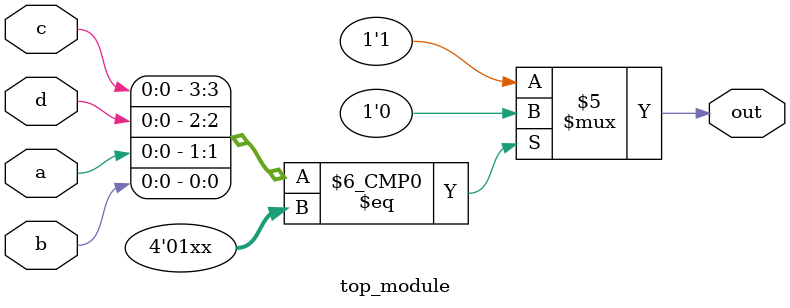
<source format=sv>
module top_module (
    input a,
    input b,
    input c,
    input d,
    output reg out
);

    always @(*) begin
        case ({c, d, a, b})
            4'b00x0: out = 1; // d = 0, a = don't care
            4'b01xx: out = 0; // a = 0, b = don't care
            4'b11xx: out = 1; // a = 1, b = don't care
            4'b10xx: out = 1; // a = 1, b = don't care
            default: out = 1; // default case
        endcase
    end

endmodule

</source>
